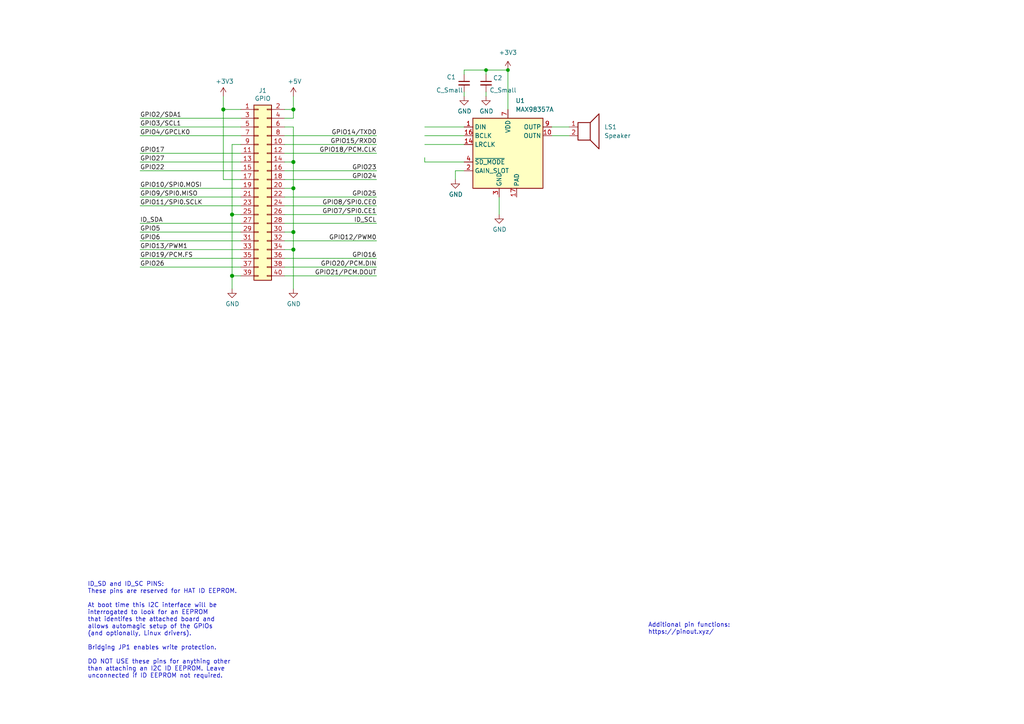
<source format=kicad_sch>
(kicad_sch
	(version 20231120)
	(generator "eeschema")
	(generator_version "8.0")
	(uuid "63076149-559b-4bc8-8832-c1067548b63c")
	(paper "A4")
	(lib_symbols
		(symbol "Audio:MAX98357A"
			(exclude_from_sim no)
			(in_bom yes)
			(on_board yes)
			(property "Reference" "U"
				(at -8.89 11.43 0)
				(effects
					(font
						(size 1.27 1.27)
					)
				)
			)
			(property "Value" "MAX98357A"
				(at 10.16 11.43 0)
				(effects
					(font
						(size 1.27 1.27)
					)
				)
			)
			(property "Footprint" "Package_DFN_QFN:TQFN-16-1EP_3x3mm_P0.5mm_EP1.23x1.23mm"
				(at -1.27 -2.54 0)
				(effects
					(font
						(size 1.27 1.27)
					)
					(hide yes)
				)
			)
			(property "Datasheet" "https://www.analog.com/media/en/technical-documentation/data-sheets/MAX98357A-MAX98357B.pdf"
				(at 0 -2.54 0)
				(effects
					(font
						(size 1.27 1.27)
					)
					(hide yes)
				)
			)
			(property "Description" "Mono DAC with amplifier, I2S, PCM, TDM, 32-bit, 96khz, 3.2W, TQFP-16"
				(at 0 0 0)
				(effects
					(font
						(size 1.27 1.27)
					)
					(hide yes)
				)
			)
			(property "ki_keywords" "pcm tdm i2s left-justified amplifier audio dac"
				(at 0 0 0)
				(effects
					(font
						(size 1.27 1.27)
					)
					(hide yes)
				)
			)
			(property "ki_fp_filters" "TQFN*3x3mm*P0.5mm*EP1.23x1.23mm*"
				(at 0 0 0)
				(effects
					(font
						(size 1.27 1.27)
					)
					(hide yes)
				)
			)
			(symbol "MAX98357A_1_1"
				(rectangle
					(start -10.16 10.16)
					(end 10.16 -10.16)
					(stroke
						(width 0.254)
						(type default)
					)
					(fill
						(type background)
					)
				)
				(pin input line
					(at -12.7 7.62 0)
					(length 2.54)
					(name "DIN"
						(effects
							(font
								(size 1.27 1.27)
							)
						)
					)
					(number "1"
						(effects
							(font
								(size 1.27 1.27)
							)
						)
					)
				)
				(pin output line
					(at 12.7 5.08 180)
					(length 2.54)
					(name "OUTN"
						(effects
							(font
								(size 1.27 1.27)
							)
						)
					)
					(number "10"
						(effects
							(font
								(size 1.27 1.27)
							)
						)
					)
				)
				(pin passive line
					(at -2.54 -12.7 90)
					(length 2.54) hide
					(name "GND"
						(effects
							(font
								(size 1.27 1.27)
							)
						)
					)
					(number "11"
						(effects
							(font
								(size 1.27 1.27)
							)
						)
					)
				)
				(pin no_connect line
					(at 10.16 -5.08 180)
					(length 2.54) hide
					(name "NC"
						(effects
							(font
								(size 1.27 1.27)
							)
						)
					)
					(number "12"
						(effects
							(font
								(size 1.27 1.27)
							)
						)
					)
				)
				(pin no_connect line
					(at 10.16 -7.62 180)
					(length 2.54) hide
					(name "NC"
						(effects
							(font
								(size 1.27 1.27)
							)
						)
					)
					(number "13"
						(effects
							(font
								(size 1.27 1.27)
							)
						)
					)
				)
				(pin input line
					(at -12.7 2.54 0)
					(length 2.54)
					(name "LRCLK"
						(effects
							(font
								(size 1.27 1.27)
							)
						)
					)
					(number "14"
						(effects
							(font
								(size 1.27 1.27)
							)
						)
					)
				)
				(pin passive line
					(at -2.54 -12.7 90)
					(length 2.54) hide
					(name "GND"
						(effects
							(font
								(size 1.27 1.27)
							)
						)
					)
					(number "15"
						(effects
							(font
								(size 1.27 1.27)
							)
						)
					)
				)
				(pin input line
					(at -12.7 5.08 0)
					(length 2.54)
					(name "BCLK"
						(effects
							(font
								(size 1.27 1.27)
							)
						)
					)
					(number "16"
						(effects
							(font
								(size 1.27 1.27)
							)
						)
					)
				)
				(pin unspecified line
					(at 2.54 -12.7 90)
					(length 2.54)
					(name "PAD"
						(effects
							(font
								(size 1.27 1.27)
							)
						)
					)
					(number "17"
						(effects
							(font
								(size 1.27 1.27)
							)
						)
					)
				)
				(pin passive line
					(at -12.7 -5.08 0)
					(length 2.54)
					(name "GAIN_SLOT"
						(effects
							(font
								(size 1.27 1.27)
							)
						)
					)
					(number "2"
						(effects
							(font
								(size 1.27 1.27)
							)
						)
					)
				)
				(pin power_in line
					(at -2.54 -12.7 90)
					(length 2.54)
					(name "GND"
						(effects
							(font
								(size 1.27 1.27)
							)
						)
					)
					(number "3"
						(effects
							(font
								(size 1.27 1.27)
							)
						)
					)
				)
				(pin input line
					(at -12.7 -2.54 0)
					(length 2.54)
					(name "~{SD_MODE}"
						(effects
							(font
								(size 1.27 1.27)
							)
						)
					)
					(number "4"
						(effects
							(font
								(size 1.27 1.27)
							)
						)
					)
				)
				(pin no_connect line
					(at 10.16 2.54 180)
					(length 2.54) hide
					(name "NC"
						(effects
							(font
								(size 1.27 1.27)
							)
						)
					)
					(number "5"
						(effects
							(font
								(size 1.27 1.27)
							)
						)
					)
				)
				(pin no_connect line
					(at 10.16 0 180)
					(length 2.54) hide
					(name "NC"
						(effects
							(font
								(size 1.27 1.27)
							)
						)
					)
					(number "6"
						(effects
							(font
								(size 1.27 1.27)
							)
						)
					)
				)
				(pin power_in line
					(at 0 12.7 270)
					(length 2.54)
					(name "VDD"
						(effects
							(font
								(size 1.27 1.27)
							)
						)
					)
					(number "7"
						(effects
							(font
								(size 1.27 1.27)
							)
						)
					)
				)
				(pin passive line
					(at 0 12.7 270)
					(length 2.54) hide
					(name "VDD"
						(effects
							(font
								(size 1.27 1.27)
							)
						)
					)
					(number "8"
						(effects
							(font
								(size 1.27 1.27)
							)
						)
					)
				)
				(pin output line
					(at 12.7 7.62 180)
					(length 2.54)
					(name "OUTP"
						(effects
							(font
								(size 1.27 1.27)
							)
						)
					)
					(number "9"
						(effects
							(font
								(size 1.27 1.27)
							)
						)
					)
				)
			)
		)
		(symbol "Connector_Generic:Conn_02x20_Odd_Even"
			(pin_names
				(offset 1.016) hide)
			(exclude_from_sim no)
			(in_bom yes)
			(on_board yes)
			(property "Reference" "J"
				(at 1.27 25.4 0)
				(effects
					(font
						(size 1.27 1.27)
					)
				)
			)
			(property "Value" "Conn_02x20_Odd_Even"
				(at 1.27 -27.94 0)
				(effects
					(font
						(size 1.27 1.27)
					)
				)
			)
			(property "Footprint" ""
				(at 0 0 0)
				(effects
					(font
						(size 1.27 1.27)
					)
					(hide yes)
				)
			)
			(property "Datasheet" "~"
				(at 0 0 0)
				(effects
					(font
						(size 1.27 1.27)
					)
					(hide yes)
				)
			)
			(property "Description" "Generic connector, double row, 02x20, odd/even pin numbering scheme (row 1 odd numbers, row 2 even numbers), script generated (kicad-library-utils/schlib/autogen/connector/)"
				(at 0 0 0)
				(effects
					(font
						(size 1.27 1.27)
					)
					(hide yes)
				)
			)
			(property "ki_keywords" "connector"
				(at 0 0 0)
				(effects
					(font
						(size 1.27 1.27)
					)
					(hide yes)
				)
			)
			(property "ki_fp_filters" "Connector*:*_2x??_*"
				(at 0 0 0)
				(effects
					(font
						(size 1.27 1.27)
					)
					(hide yes)
				)
			)
			(symbol "Conn_02x20_Odd_Even_1_1"
				(rectangle
					(start -1.27 -25.273)
					(end 0 -25.527)
					(stroke
						(width 0.1524)
						(type default)
					)
					(fill
						(type none)
					)
				)
				(rectangle
					(start -1.27 -22.733)
					(end 0 -22.987)
					(stroke
						(width 0.1524)
						(type default)
					)
					(fill
						(type none)
					)
				)
				(rectangle
					(start -1.27 -20.193)
					(end 0 -20.447)
					(stroke
						(width 0.1524)
						(type default)
					)
					(fill
						(type none)
					)
				)
				(rectangle
					(start -1.27 -17.653)
					(end 0 -17.907)
					(stroke
						(width 0.1524)
						(type default)
					)
					(fill
						(type none)
					)
				)
				(rectangle
					(start -1.27 -15.113)
					(end 0 -15.367)
					(stroke
						(width 0.1524)
						(type default)
					)
					(fill
						(type none)
					)
				)
				(rectangle
					(start -1.27 -12.573)
					(end 0 -12.827)
					(stroke
						(width 0.1524)
						(type default)
					)
					(fill
						(type none)
					)
				)
				(rectangle
					(start -1.27 -10.033)
					(end 0 -10.287)
					(stroke
						(width 0.1524)
						(type default)
					)
					(fill
						(type none)
					)
				)
				(rectangle
					(start -1.27 -7.493)
					(end 0 -7.747)
					(stroke
						(width 0.1524)
						(type default)
					)
					(fill
						(type none)
					)
				)
				(rectangle
					(start -1.27 -4.953)
					(end 0 -5.207)
					(stroke
						(width 0.1524)
						(type default)
					)
					(fill
						(type none)
					)
				)
				(rectangle
					(start -1.27 -2.413)
					(end 0 -2.667)
					(stroke
						(width 0.1524)
						(type default)
					)
					(fill
						(type none)
					)
				)
				(rectangle
					(start -1.27 0.127)
					(end 0 -0.127)
					(stroke
						(width 0.1524)
						(type default)
					)
					(fill
						(type none)
					)
				)
				(rectangle
					(start -1.27 2.667)
					(end 0 2.413)
					(stroke
						(width 0.1524)
						(type default)
					)
					(fill
						(type none)
					)
				)
				(rectangle
					(start -1.27 5.207)
					(end 0 4.953)
					(stroke
						(width 0.1524)
						(type default)
					)
					(fill
						(type none)
					)
				)
				(rectangle
					(start -1.27 7.747)
					(end 0 7.493)
					(stroke
						(width 0.1524)
						(type default)
					)
					(fill
						(type none)
					)
				)
				(rectangle
					(start -1.27 10.287)
					(end 0 10.033)
					(stroke
						(width 0.1524)
						(type default)
					)
					(fill
						(type none)
					)
				)
				(rectangle
					(start -1.27 12.827)
					(end 0 12.573)
					(stroke
						(width 0.1524)
						(type default)
					)
					(fill
						(type none)
					)
				)
				(rectangle
					(start -1.27 15.367)
					(end 0 15.113)
					(stroke
						(width 0.1524)
						(type default)
					)
					(fill
						(type none)
					)
				)
				(rectangle
					(start -1.27 17.907)
					(end 0 17.653)
					(stroke
						(width 0.1524)
						(type default)
					)
					(fill
						(type none)
					)
				)
				(rectangle
					(start -1.27 20.447)
					(end 0 20.193)
					(stroke
						(width 0.1524)
						(type default)
					)
					(fill
						(type none)
					)
				)
				(rectangle
					(start -1.27 22.987)
					(end 0 22.733)
					(stroke
						(width 0.1524)
						(type default)
					)
					(fill
						(type none)
					)
				)
				(rectangle
					(start -1.27 24.13)
					(end 3.81 -26.67)
					(stroke
						(width 0.254)
						(type default)
					)
					(fill
						(type background)
					)
				)
				(rectangle
					(start 3.81 -25.273)
					(end 2.54 -25.527)
					(stroke
						(width 0.1524)
						(type default)
					)
					(fill
						(type none)
					)
				)
				(rectangle
					(start 3.81 -22.733)
					(end 2.54 -22.987)
					(stroke
						(width 0.1524)
						(type default)
					)
					(fill
						(type none)
					)
				)
				(rectangle
					(start 3.81 -20.193)
					(end 2.54 -20.447)
					(stroke
						(width 0.1524)
						(type default)
					)
					(fill
						(type none)
					)
				)
				(rectangle
					(start 3.81 -17.653)
					(end 2.54 -17.907)
					(stroke
						(width 0.1524)
						(type default)
					)
					(fill
						(type none)
					)
				)
				(rectangle
					(start 3.81 -15.113)
					(end 2.54 -15.367)
					(stroke
						(width 0.1524)
						(type default)
					)
					(fill
						(type none)
					)
				)
				(rectangle
					(start 3.81 -12.573)
					(end 2.54 -12.827)
					(stroke
						(width 0.1524)
						(type default)
					)
					(fill
						(type none)
					)
				)
				(rectangle
					(start 3.81 -10.033)
					(end 2.54 -10.287)
					(stroke
						(width 0.1524)
						(type default)
					)
					(fill
						(type none)
					)
				)
				(rectangle
					(start 3.81 -7.493)
					(end 2.54 -7.747)
					(stroke
						(width 0.1524)
						(type default)
					)
					(fill
						(type none)
					)
				)
				(rectangle
					(start 3.81 -4.953)
					(end 2.54 -5.207)
					(stroke
						(width 0.1524)
						(type default)
					)
					(fill
						(type none)
					)
				)
				(rectangle
					(start 3.81 -2.413)
					(end 2.54 -2.667)
					(stroke
						(width 0.1524)
						(type default)
					)
					(fill
						(type none)
					)
				)
				(rectangle
					(start 3.81 0.127)
					(end 2.54 -0.127)
					(stroke
						(width 0.1524)
						(type default)
					)
					(fill
						(type none)
					)
				)
				(rectangle
					(start 3.81 2.667)
					(end 2.54 2.413)
					(stroke
						(width 0.1524)
						(type default)
					)
					(fill
						(type none)
					)
				)
				(rectangle
					(start 3.81 5.207)
					(end 2.54 4.953)
					(stroke
						(width 0.1524)
						(type default)
					)
					(fill
						(type none)
					)
				)
				(rectangle
					(start 3.81 7.747)
					(end 2.54 7.493)
					(stroke
						(width 0.1524)
						(type default)
					)
					(fill
						(type none)
					)
				)
				(rectangle
					(start 3.81 10.287)
					(end 2.54 10.033)
					(stroke
						(width 0.1524)
						(type default)
					)
					(fill
						(type none)
					)
				)
				(rectangle
					(start 3.81 12.827)
					(end 2.54 12.573)
					(stroke
						(width 0.1524)
						(type default)
					)
					(fill
						(type none)
					)
				)
				(rectangle
					(start 3.81 15.367)
					(end 2.54 15.113)
					(stroke
						(width 0.1524)
						(type default)
					)
					(fill
						(type none)
					)
				)
				(rectangle
					(start 3.81 17.907)
					(end 2.54 17.653)
					(stroke
						(width 0.1524)
						(type default)
					)
					(fill
						(type none)
					)
				)
				(rectangle
					(start 3.81 20.447)
					(end 2.54 20.193)
					(stroke
						(width 0.1524)
						(type default)
					)
					(fill
						(type none)
					)
				)
				(rectangle
					(start 3.81 22.987)
					(end 2.54 22.733)
					(stroke
						(width 0.1524)
						(type default)
					)
					(fill
						(type none)
					)
				)
				(pin passive line
					(at -5.08 22.86 0)
					(length 3.81)
					(name "Pin_1"
						(effects
							(font
								(size 1.27 1.27)
							)
						)
					)
					(number "1"
						(effects
							(font
								(size 1.27 1.27)
							)
						)
					)
				)
				(pin passive line
					(at 7.62 12.7 180)
					(length 3.81)
					(name "Pin_10"
						(effects
							(font
								(size 1.27 1.27)
							)
						)
					)
					(number "10"
						(effects
							(font
								(size 1.27 1.27)
							)
						)
					)
				)
				(pin passive line
					(at -5.08 10.16 0)
					(length 3.81)
					(name "Pin_11"
						(effects
							(font
								(size 1.27 1.27)
							)
						)
					)
					(number "11"
						(effects
							(font
								(size 1.27 1.27)
							)
						)
					)
				)
				(pin passive line
					(at 7.62 10.16 180)
					(length 3.81)
					(name "Pin_12"
						(effects
							(font
								(size 1.27 1.27)
							)
						)
					)
					(number "12"
						(effects
							(font
								(size 1.27 1.27)
							)
						)
					)
				)
				(pin passive line
					(at -5.08 7.62 0)
					(length 3.81)
					(name "Pin_13"
						(effects
							(font
								(size 1.27 1.27)
							)
						)
					)
					(number "13"
						(effects
							(font
								(size 1.27 1.27)
							)
						)
					)
				)
				(pin passive line
					(at 7.62 7.62 180)
					(length 3.81)
					(name "Pin_14"
						(effects
							(font
								(size 1.27 1.27)
							)
						)
					)
					(number "14"
						(effects
							(font
								(size 1.27 1.27)
							)
						)
					)
				)
				(pin passive line
					(at -5.08 5.08 0)
					(length 3.81)
					(name "Pin_15"
						(effects
							(font
								(size 1.27 1.27)
							)
						)
					)
					(number "15"
						(effects
							(font
								(size 1.27 1.27)
							)
						)
					)
				)
				(pin passive line
					(at 7.62 5.08 180)
					(length 3.81)
					(name "Pin_16"
						(effects
							(font
								(size 1.27 1.27)
							)
						)
					)
					(number "16"
						(effects
							(font
								(size 1.27 1.27)
							)
						)
					)
				)
				(pin passive line
					(at -5.08 2.54 0)
					(length 3.81)
					(name "Pin_17"
						(effects
							(font
								(size 1.27 1.27)
							)
						)
					)
					(number "17"
						(effects
							(font
								(size 1.27 1.27)
							)
						)
					)
				)
				(pin passive line
					(at 7.62 2.54 180)
					(length 3.81)
					(name "Pin_18"
						(effects
							(font
								(size 1.27 1.27)
							)
						)
					)
					(number "18"
						(effects
							(font
								(size 1.27 1.27)
							)
						)
					)
				)
				(pin passive line
					(at -5.08 0 0)
					(length 3.81)
					(name "Pin_19"
						(effects
							(font
								(size 1.27 1.27)
							)
						)
					)
					(number "19"
						(effects
							(font
								(size 1.27 1.27)
							)
						)
					)
				)
				(pin passive line
					(at 7.62 22.86 180)
					(length 3.81)
					(name "Pin_2"
						(effects
							(font
								(size 1.27 1.27)
							)
						)
					)
					(number "2"
						(effects
							(font
								(size 1.27 1.27)
							)
						)
					)
				)
				(pin passive line
					(at 7.62 0 180)
					(length 3.81)
					(name "Pin_20"
						(effects
							(font
								(size 1.27 1.27)
							)
						)
					)
					(number "20"
						(effects
							(font
								(size 1.27 1.27)
							)
						)
					)
				)
				(pin passive line
					(at -5.08 -2.54 0)
					(length 3.81)
					(name "Pin_21"
						(effects
							(font
								(size 1.27 1.27)
							)
						)
					)
					(number "21"
						(effects
							(font
								(size 1.27 1.27)
							)
						)
					)
				)
				(pin passive line
					(at 7.62 -2.54 180)
					(length 3.81)
					(name "Pin_22"
						(effects
							(font
								(size 1.27 1.27)
							)
						)
					)
					(number "22"
						(effects
							(font
								(size 1.27 1.27)
							)
						)
					)
				)
				(pin passive line
					(at -5.08 -5.08 0)
					(length 3.81)
					(name "Pin_23"
						(effects
							(font
								(size 1.27 1.27)
							)
						)
					)
					(number "23"
						(effects
							(font
								(size 1.27 1.27)
							)
						)
					)
				)
				(pin passive line
					(at 7.62 -5.08 180)
					(length 3.81)
					(name "Pin_24"
						(effects
							(font
								(size 1.27 1.27)
							)
						)
					)
					(number "24"
						(effects
							(font
								(size 1.27 1.27)
							)
						)
					)
				)
				(pin passive line
					(at -5.08 -7.62 0)
					(length 3.81)
					(name "Pin_25"
						(effects
							(font
								(size 1.27 1.27)
							)
						)
					)
					(number "25"
						(effects
							(font
								(size 1.27 1.27)
							)
						)
					)
				)
				(pin passive line
					(at 7.62 -7.62 180)
					(length 3.81)
					(name "Pin_26"
						(effects
							(font
								(size 1.27 1.27)
							)
						)
					)
					(number "26"
						(effects
							(font
								(size 1.27 1.27)
							)
						)
					)
				)
				(pin passive line
					(at -5.08 -10.16 0)
					(length 3.81)
					(name "Pin_27"
						(effects
							(font
								(size 1.27 1.27)
							)
						)
					)
					(number "27"
						(effects
							(font
								(size 1.27 1.27)
							)
						)
					)
				)
				(pin passive line
					(at 7.62 -10.16 180)
					(length 3.81)
					(name "Pin_28"
						(effects
							(font
								(size 1.27 1.27)
							)
						)
					)
					(number "28"
						(effects
							(font
								(size 1.27 1.27)
							)
						)
					)
				)
				(pin passive line
					(at -5.08 -12.7 0)
					(length 3.81)
					(name "Pin_29"
						(effects
							(font
								(size 1.27 1.27)
							)
						)
					)
					(number "29"
						(effects
							(font
								(size 1.27 1.27)
							)
						)
					)
				)
				(pin passive line
					(at -5.08 20.32 0)
					(length 3.81)
					(name "Pin_3"
						(effects
							(font
								(size 1.27 1.27)
							)
						)
					)
					(number "3"
						(effects
							(font
								(size 1.27 1.27)
							)
						)
					)
				)
				(pin passive line
					(at 7.62 -12.7 180)
					(length 3.81)
					(name "Pin_30"
						(effects
							(font
								(size 1.27 1.27)
							)
						)
					)
					(number "30"
						(effects
							(font
								(size 1.27 1.27)
							)
						)
					)
				)
				(pin passive line
					(at -5.08 -15.24 0)
					(length 3.81)
					(name "Pin_31"
						(effects
							(font
								(size 1.27 1.27)
							)
						)
					)
					(number "31"
						(effects
							(font
								(size 1.27 1.27)
							)
						)
					)
				)
				(pin passive line
					(at 7.62 -15.24 180)
					(length 3.81)
					(name "Pin_32"
						(effects
							(font
								(size 1.27 1.27)
							)
						)
					)
					(number "32"
						(effects
							(font
								(size 1.27 1.27)
							)
						)
					)
				)
				(pin passive line
					(at -5.08 -17.78 0)
					(length 3.81)
					(name "Pin_33"
						(effects
							(font
								(size 1.27 1.27)
							)
						)
					)
					(number "33"
						(effects
							(font
								(size 1.27 1.27)
							)
						)
					)
				)
				(pin passive line
					(at 7.62 -17.78 180)
					(length 3.81)
					(name "Pin_34"
						(effects
							(font
								(size 1.27 1.27)
							)
						)
					)
					(number "34"
						(effects
							(font
								(size 1.27 1.27)
							)
						)
					)
				)
				(pin passive line
					(at -5.08 -20.32 0)
					(length 3.81)
					(name "Pin_35"
						(effects
							(font
								(size 1.27 1.27)
							)
						)
					)
					(number "35"
						(effects
							(font
								(size 1.27 1.27)
							)
						)
					)
				)
				(pin passive line
					(at 7.62 -20.32 180)
					(length 3.81)
					(name "Pin_36"
						(effects
							(font
								(size 1.27 1.27)
							)
						)
					)
					(number "36"
						(effects
							(font
								(size 1.27 1.27)
							)
						)
					)
				)
				(pin passive line
					(at -5.08 -22.86 0)
					(length 3.81)
					(name "Pin_37"
						(effects
							(font
								(size 1.27 1.27)
							)
						)
					)
					(number "37"
						(effects
							(font
								(size 1.27 1.27)
							)
						)
					)
				)
				(pin passive line
					(at 7.62 -22.86 180)
					(length 3.81)
					(name "Pin_38"
						(effects
							(font
								(size 1.27 1.27)
							)
						)
					)
					(number "38"
						(effects
							(font
								(size 1.27 1.27)
							)
						)
					)
				)
				(pin passive line
					(at -5.08 -25.4 0)
					(length 3.81)
					(name "Pin_39"
						(effects
							(font
								(size 1.27 1.27)
							)
						)
					)
					(number "39"
						(effects
							(font
								(size 1.27 1.27)
							)
						)
					)
				)
				(pin passive line
					(at 7.62 20.32 180)
					(length 3.81)
					(name "Pin_4"
						(effects
							(font
								(size 1.27 1.27)
							)
						)
					)
					(number "4"
						(effects
							(font
								(size 1.27 1.27)
							)
						)
					)
				)
				(pin passive line
					(at 7.62 -25.4 180)
					(length 3.81)
					(name "Pin_40"
						(effects
							(font
								(size 1.27 1.27)
							)
						)
					)
					(number "40"
						(effects
							(font
								(size 1.27 1.27)
							)
						)
					)
				)
				(pin passive line
					(at -5.08 17.78 0)
					(length 3.81)
					(name "Pin_5"
						(effects
							(font
								(size 1.27 1.27)
							)
						)
					)
					(number "5"
						(effects
							(font
								(size 1.27 1.27)
							)
						)
					)
				)
				(pin passive line
					(at 7.62 17.78 180)
					(length 3.81)
					(name "Pin_6"
						(effects
							(font
								(size 1.27 1.27)
							)
						)
					)
					(number "6"
						(effects
							(font
								(size 1.27 1.27)
							)
						)
					)
				)
				(pin passive line
					(at -5.08 15.24 0)
					(length 3.81)
					(name "Pin_7"
						(effects
							(font
								(size 1.27 1.27)
							)
						)
					)
					(number "7"
						(effects
							(font
								(size 1.27 1.27)
							)
						)
					)
				)
				(pin passive line
					(at 7.62 15.24 180)
					(length 3.81)
					(name "Pin_8"
						(effects
							(font
								(size 1.27 1.27)
							)
						)
					)
					(number "8"
						(effects
							(font
								(size 1.27 1.27)
							)
						)
					)
				)
				(pin passive line
					(at -5.08 12.7 0)
					(length 3.81)
					(name "Pin_9"
						(effects
							(font
								(size 1.27 1.27)
							)
						)
					)
					(number "9"
						(effects
							(font
								(size 1.27 1.27)
							)
						)
					)
				)
			)
		)
		(symbol "Device:C_Small"
			(pin_numbers hide)
			(pin_names
				(offset 0.254) hide)
			(exclude_from_sim no)
			(in_bom yes)
			(on_board yes)
			(property "Reference" "C"
				(at 0.254 1.778 0)
				(effects
					(font
						(size 1.27 1.27)
					)
					(justify left)
				)
			)
			(property "Value" "C_Small"
				(at 0.254 -2.032 0)
				(effects
					(font
						(size 1.27 1.27)
					)
					(justify left)
				)
			)
			(property "Footprint" ""
				(at 0 0 0)
				(effects
					(font
						(size 1.27 1.27)
					)
					(hide yes)
				)
			)
			(property "Datasheet" "~"
				(at 0 0 0)
				(effects
					(font
						(size 1.27 1.27)
					)
					(hide yes)
				)
			)
			(property "Description" "Unpolarized capacitor, small symbol"
				(at 0 0 0)
				(effects
					(font
						(size 1.27 1.27)
					)
					(hide yes)
				)
			)
			(property "ki_keywords" "capacitor cap"
				(at 0 0 0)
				(effects
					(font
						(size 1.27 1.27)
					)
					(hide yes)
				)
			)
			(property "ki_fp_filters" "C_*"
				(at 0 0 0)
				(effects
					(font
						(size 1.27 1.27)
					)
					(hide yes)
				)
			)
			(symbol "C_Small_0_1"
				(polyline
					(pts
						(xy -1.524 -0.508) (xy 1.524 -0.508)
					)
					(stroke
						(width 0.3302)
						(type default)
					)
					(fill
						(type none)
					)
				)
				(polyline
					(pts
						(xy -1.524 0.508) (xy 1.524 0.508)
					)
					(stroke
						(width 0.3048)
						(type default)
					)
					(fill
						(type none)
					)
				)
			)
			(symbol "C_Small_1_1"
				(pin passive line
					(at 0 2.54 270)
					(length 2.032)
					(name "~"
						(effects
							(font
								(size 1.27 1.27)
							)
						)
					)
					(number "1"
						(effects
							(font
								(size 1.27 1.27)
							)
						)
					)
				)
				(pin passive line
					(at 0 -2.54 90)
					(length 2.032)
					(name "~"
						(effects
							(font
								(size 1.27 1.27)
							)
						)
					)
					(number "2"
						(effects
							(font
								(size 1.27 1.27)
							)
						)
					)
				)
			)
		)
		(symbol "Device:Speaker"
			(pin_names
				(offset 0) hide)
			(exclude_from_sim no)
			(in_bom yes)
			(on_board yes)
			(property "Reference" "LS"
				(at 1.27 5.715 0)
				(effects
					(font
						(size 1.27 1.27)
					)
					(justify right)
				)
			)
			(property "Value" "Speaker"
				(at 1.27 3.81 0)
				(effects
					(font
						(size 1.27 1.27)
					)
					(justify right)
				)
			)
			(property "Footprint" ""
				(at 0 -5.08 0)
				(effects
					(font
						(size 1.27 1.27)
					)
					(hide yes)
				)
			)
			(property "Datasheet" "~"
				(at -0.254 -1.27 0)
				(effects
					(font
						(size 1.27 1.27)
					)
					(hide yes)
				)
			)
			(property "Description" "Speaker"
				(at 0 0 0)
				(effects
					(font
						(size 1.27 1.27)
					)
					(hide yes)
				)
			)
			(property "ki_keywords" "speaker sound"
				(at 0 0 0)
				(effects
					(font
						(size 1.27 1.27)
					)
					(hide yes)
				)
			)
			(symbol "Speaker_0_0"
				(rectangle
					(start -2.54 1.27)
					(end 1.016 -3.81)
					(stroke
						(width 0.254)
						(type default)
					)
					(fill
						(type none)
					)
				)
				(polyline
					(pts
						(xy 1.016 1.27) (xy 3.556 3.81) (xy 3.556 -6.35) (xy 1.016 -3.81)
					)
					(stroke
						(width 0.254)
						(type default)
					)
					(fill
						(type none)
					)
				)
			)
			(symbol "Speaker_1_1"
				(pin input line
					(at -5.08 0 0)
					(length 2.54)
					(name "1"
						(effects
							(font
								(size 1.27 1.27)
							)
						)
					)
					(number "1"
						(effects
							(font
								(size 1.27 1.27)
							)
						)
					)
				)
				(pin input line
					(at -5.08 -2.54 0)
					(length 2.54)
					(name "2"
						(effects
							(font
								(size 1.27 1.27)
							)
						)
					)
					(number "2"
						(effects
							(font
								(size 1.27 1.27)
							)
						)
					)
				)
			)
		)
		(symbol "power:+3.3V"
			(power)
			(pin_names
				(offset 0)
			)
			(exclude_from_sim no)
			(in_bom yes)
			(on_board yes)
			(property "Reference" "#PWR"
				(at 0 -3.81 0)
				(effects
					(font
						(size 1.27 1.27)
					)
					(hide yes)
				)
			)
			(property "Value" "+3.3V"
				(at 0 3.556 0)
				(effects
					(font
						(size 1.27 1.27)
					)
				)
			)
			(property "Footprint" ""
				(at 0 0 0)
				(effects
					(font
						(size 1.27 1.27)
					)
					(hide yes)
				)
			)
			(property "Datasheet" ""
				(at 0 0 0)
				(effects
					(font
						(size 1.27 1.27)
					)
					(hide yes)
				)
			)
			(property "Description" "Power symbol creates a global label with name \"+3.3V\""
				(at 0 0 0)
				(effects
					(font
						(size 1.27 1.27)
					)
					(hide yes)
				)
			)
			(property "ki_keywords" "power-flag"
				(at 0 0 0)
				(effects
					(font
						(size 1.27 1.27)
					)
					(hide yes)
				)
			)
			(symbol "+3.3V_0_1"
				(polyline
					(pts
						(xy -0.762 1.27) (xy 0 2.54)
					)
					(stroke
						(width 0)
						(type default)
					)
					(fill
						(type none)
					)
				)
				(polyline
					(pts
						(xy 0 0) (xy 0 2.54)
					)
					(stroke
						(width 0)
						(type default)
					)
					(fill
						(type none)
					)
				)
				(polyline
					(pts
						(xy 0 2.54) (xy 0.762 1.27)
					)
					(stroke
						(width 0)
						(type default)
					)
					(fill
						(type none)
					)
				)
			)
			(symbol "+3.3V_1_1"
				(pin power_in line
					(at 0 0 90)
					(length 0) hide
					(name "+3V3"
						(effects
							(font
								(size 1.27 1.27)
							)
						)
					)
					(number "1"
						(effects
							(font
								(size 1.27 1.27)
							)
						)
					)
				)
			)
		)
		(symbol "power:+3V3"
			(power)
			(pin_numbers hide)
			(pin_names
				(offset 0) hide)
			(exclude_from_sim no)
			(in_bom yes)
			(on_board yes)
			(property "Reference" "#PWR"
				(at 0 -3.81 0)
				(effects
					(font
						(size 1.27 1.27)
					)
					(hide yes)
				)
			)
			(property "Value" "+3V3"
				(at 0 3.556 0)
				(effects
					(font
						(size 1.27 1.27)
					)
				)
			)
			(property "Footprint" ""
				(at 0 0 0)
				(effects
					(font
						(size 1.27 1.27)
					)
					(hide yes)
				)
			)
			(property "Datasheet" ""
				(at 0 0 0)
				(effects
					(font
						(size 1.27 1.27)
					)
					(hide yes)
				)
			)
			(property "Description" "Power symbol creates a global label with name \"+3V3\""
				(at 0 0 0)
				(effects
					(font
						(size 1.27 1.27)
					)
					(hide yes)
				)
			)
			(property "ki_keywords" "global power"
				(at 0 0 0)
				(effects
					(font
						(size 1.27 1.27)
					)
					(hide yes)
				)
			)
			(symbol "+3V3_0_1"
				(polyline
					(pts
						(xy -0.762 1.27) (xy 0 2.54)
					)
					(stroke
						(width 0)
						(type default)
					)
					(fill
						(type none)
					)
				)
				(polyline
					(pts
						(xy 0 0) (xy 0 2.54)
					)
					(stroke
						(width 0)
						(type default)
					)
					(fill
						(type none)
					)
				)
				(polyline
					(pts
						(xy 0 2.54) (xy 0.762 1.27)
					)
					(stroke
						(width 0)
						(type default)
					)
					(fill
						(type none)
					)
				)
			)
			(symbol "+3V3_1_1"
				(pin power_in line
					(at 0 0 90)
					(length 0)
					(name "~"
						(effects
							(font
								(size 1.27 1.27)
							)
						)
					)
					(number "1"
						(effects
							(font
								(size 1.27 1.27)
							)
						)
					)
				)
			)
		)
		(symbol "power:+5V"
			(power)
			(pin_names
				(offset 0)
			)
			(exclude_from_sim no)
			(in_bom yes)
			(on_board yes)
			(property "Reference" "#PWR"
				(at 0 -3.81 0)
				(effects
					(font
						(size 1.27 1.27)
					)
					(hide yes)
				)
			)
			(property "Value" "+5V"
				(at 0 3.556 0)
				(effects
					(font
						(size 1.27 1.27)
					)
				)
			)
			(property "Footprint" ""
				(at 0 0 0)
				(effects
					(font
						(size 1.27 1.27)
					)
					(hide yes)
				)
			)
			(property "Datasheet" ""
				(at 0 0 0)
				(effects
					(font
						(size 1.27 1.27)
					)
					(hide yes)
				)
			)
			(property "Description" "Power symbol creates a global label with name \"+5V\""
				(at 0 0 0)
				(effects
					(font
						(size 1.27 1.27)
					)
					(hide yes)
				)
			)
			(property "ki_keywords" "power-flag"
				(at 0 0 0)
				(effects
					(font
						(size 1.27 1.27)
					)
					(hide yes)
				)
			)
			(symbol "+5V_0_1"
				(polyline
					(pts
						(xy -0.762 1.27) (xy 0 2.54)
					)
					(stroke
						(width 0)
						(type default)
					)
					(fill
						(type none)
					)
				)
				(polyline
					(pts
						(xy 0 0) (xy 0 2.54)
					)
					(stroke
						(width 0)
						(type default)
					)
					(fill
						(type none)
					)
				)
				(polyline
					(pts
						(xy 0 2.54) (xy 0.762 1.27)
					)
					(stroke
						(width 0)
						(type default)
					)
					(fill
						(type none)
					)
				)
			)
			(symbol "+5V_1_1"
				(pin power_in line
					(at 0 0 90)
					(length 0) hide
					(name "+5V"
						(effects
							(font
								(size 1.27 1.27)
							)
						)
					)
					(number "1"
						(effects
							(font
								(size 1.27 1.27)
							)
						)
					)
				)
			)
		)
		(symbol "power:GND"
			(power)
			(pin_names
				(offset 0)
			)
			(exclude_from_sim no)
			(in_bom yes)
			(on_board yes)
			(property "Reference" "#PWR"
				(at 0 -6.35 0)
				(effects
					(font
						(size 1.27 1.27)
					)
					(hide yes)
				)
			)
			(property "Value" "GND"
				(at 0 -3.81 0)
				(effects
					(font
						(size 1.27 1.27)
					)
				)
			)
			(property "Footprint" ""
				(at 0 0 0)
				(effects
					(font
						(size 1.27 1.27)
					)
					(hide yes)
				)
			)
			(property "Datasheet" ""
				(at 0 0 0)
				(effects
					(font
						(size 1.27 1.27)
					)
					(hide yes)
				)
			)
			(property "Description" "Power symbol creates a global label with name \"GND\" , ground"
				(at 0 0 0)
				(effects
					(font
						(size 1.27 1.27)
					)
					(hide yes)
				)
			)
			(property "ki_keywords" "power-flag"
				(at 0 0 0)
				(effects
					(font
						(size 1.27 1.27)
					)
					(hide yes)
				)
			)
			(symbol "GND_0_1"
				(polyline
					(pts
						(xy 0 0) (xy 0 -1.27) (xy 1.27 -1.27) (xy 0 -2.54) (xy -1.27 -1.27) (xy 0 -1.27)
					)
					(stroke
						(width 0)
						(type default)
					)
					(fill
						(type none)
					)
				)
			)
			(symbol "GND_1_1"
				(pin power_in line
					(at 0 0 270)
					(length 0) hide
					(name "GND"
						(effects
							(font
								(size 1.27 1.27)
							)
						)
					)
					(number "1"
						(effects
							(font
								(size 1.27 1.27)
							)
						)
					)
				)
			)
		)
	)
	(junction
		(at 140.97 20.32)
		(diameter 0)
		(color 0 0 0 0)
		(uuid "11f74d84-f585-4a0c-b423-c9cf5912f997")
	)
	(junction
		(at 67.31 62.23)
		(diameter 1.016)
		(color 0 0 0 0)
		(uuid "26a1d52e-67b8-43e9-aa60-22a6ec04b420")
	)
	(junction
		(at 85.09 46.99)
		(diameter 1.016)
		(color 0 0 0 0)
		(uuid "2d2d434c-5746-433b-b010-54b2c7e85be4")
	)
	(junction
		(at 85.09 72.39)
		(diameter 1.016)
		(color 0 0 0 0)
		(uuid "2ef16528-1ecb-45ad-9432-c214de44b32a")
	)
	(junction
		(at 85.09 31.75)
		(diameter 1.016)
		(color 0 0 0 0)
		(uuid "4ccefb8b-d004-4be8-8d30-9e86f6f150bc")
	)
	(junction
		(at 85.09 54.61)
		(diameter 1.016)
		(color 0 0 0 0)
		(uuid "7d3bbe15-2359-495a-8cc5-2e269761892e")
	)
	(junction
		(at 85.09 67.31)
		(diameter 1.016)
		(color 0 0 0 0)
		(uuid "87578d8f-505e-48e7-84e2-6a0b6aa3b5f1")
	)
	(junction
		(at 67.31 80.01)
		(diameter 1.016)
		(color 0 0 0 0)
		(uuid "9e52af02-bfb7-43b0-9523-21fa96ccb9a9")
	)
	(junction
		(at 147.32 20.32)
		(diameter 0)
		(color 0 0 0 0)
		(uuid "a1adc2ff-a96e-4a58-b299-29f2de0a213b")
	)
	(junction
		(at 64.77 31.75)
		(diameter 1.016)
		(color 0 0 0 0)
		(uuid "b1c89573-4939-4a00-8268-1eb3722e1aa9")
	)
	(wire
		(pts
			(xy 82.55 49.53) (xy 109.22 49.53)
		)
		(stroke
			(width 0)
			(type solid)
		)
		(uuid "000f1315-49f2-4073-828b-c38c73f7b8b7")
	)
	(wire
		(pts
			(xy 144.78 57.15) (xy 144.78 62.23)
		)
		(stroke
			(width 0)
			(type default)
		)
		(uuid "077a3c91-3e5c-42f8-a687-3abf4043ae0a")
	)
	(wire
		(pts
			(xy 85.09 46.99) (xy 82.55 46.99)
		)
		(stroke
			(width 0)
			(type solid)
		)
		(uuid "09c83c8b-53e8-42fe-8b50-e955073ad9af")
	)
	(wire
		(pts
			(xy 69.85 44.45) (xy 40.64 44.45)
		)
		(stroke
			(width 0)
			(type solid)
		)
		(uuid "09eafc95-e758-489e-9c55-97ed1f37eda3")
	)
	(wire
		(pts
			(xy 82.55 52.07) (xy 109.22 52.07)
		)
		(stroke
			(width 0)
			(type solid)
		)
		(uuid "0c7cbc8c-c858-4aaa-9c47-993dedc74a9b")
	)
	(wire
		(pts
			(xy 82.55 77.47) (xy 109.22 77.47)
		)
		(stroke
			(width 0)
			(type solid)
		)
		(uuid "0d7eb961-b823-4e77-a0a1-85a93b3d6eb4")
	)
	(wire
		(pts
			(xy 85.09 27.94) (xy 85.09 31.75)
		)
		(stroke
			(width 0)
			(type solid)
		)
		(uuid "10873ec5-09c3-40a9-8e90-5a6c20641b79")
	)
	(wire
		(pts
			(xy 134.62 21.59) (xy 134.62 20.32)
		)
		(stroke
			(width 0)
			(type default)
		)
		(uuid "136b7dc9-0bc7-409f-b7df-0f1bbf433604")
	)
	(wire
		(pts
			(xy 140.97 20.32) (xy 147.32 20.32)
		)
		(stroke
			(width 0)
			(type default)
		)
		(uuid "145b39c5-e698-44c5-a9c7-b158f8e1d354")
	)
	(wire
		(pts
			(xy 82.55 74.93) (xy 109.22 74.93)
		)
		(stroke
			(width 0)
			(type solid)
		)
		(uuid "1462a8a7-3f04-4191-923e-d9c354cf2ee8")
	)
	(wire
		(pts
			(xy 67.31 80.01) (xy 67.31 83.82)
		)
		(stroke
			(width 0)
			(type solid)
		)
		(uuid "172f8e5d-f7cf-4ecf-bc6e-30f179e57fbd")
	)
	(wire
		(pts
			(xy 134.62 46.99) (xy 123.19 46.99)
		)
		(stroke
			(width 0)
			(type default)
		)
		(uuid "1dd6f393-898f-4146-a8e9-1c59267f2a8b")
	)
	(wire
		(pts
			(xy 69.85 34.29) (xy 40.64 34.29)
		)
		(stroke
			(width 0)
			(type solid)
		)
		(uuid "2045e22f-7236-4f22-af8a-eb316cb4c1cf")
	)
	(wire
		(pts
			(xy 160.02 39.37) (xy 165.1 39.37)
		)
		(stroke
			(width 0)
			(type default)
		)
		(uuid "221733d6-9b47-4804-a5a8-2dd1efef19ca")
	)
	(wire
		(pts
			(xy 82.55 69.85) (xy 109.22 69.85)
		)
		(stroke
			(width 0)
			(type solid)
		)
		(uuid "228ea6fe-51a5-4798-b802-5e98f89c344d")
	)
	(wire
		(pts
			(xy 40.64 69.85) (xy 69.85 69.85)
		)
		(stroke
			(width 0)
			(type solid)
		)
		(uuid "256fcd82-246c-490d-ab1a-bdd9cbc40363")
	)
	(wire
		(pts
			(xy 85.09 31.75) (xy 82.55 31.75)
		)
		(stroke
			(width 0)
			(type solid)
		)
		(uuid "2d275cca-1b0f-4eee-bc33-62c6fa4c819b")
	)
	(wire
		(pts
			(xy 123.19 39.37) (xy 134.62 39.37)
		)
		(stroke
			(width 0)
			(type default)
		)
		(uuid "308c8ccb-e18a-44af-b5b5-360e26ec65de")
	)
	(wire
		(pts
			(xy 85.09 31.75) (xy 85.09 34.29)
		)
		(stroke
			(width 0)
			(type solid)
		)
		(uuid "34dfe4fc-7cf6-4d7a-a215-edb4983b1f29")
	)
	(wire
		(pts
			(xy 82.55 64.77) (xy 109.22 64.77)
		)
		(stroke
			(width 0)
			(type solid)
		)
		(uuid "3928513c-8ae7-480e-95fc-a6bf16c50a10")
	)
	(wire
		(pts
			(xy 67.31 80.01) (xy 69.85 80.01)
		)
		(stroke
			(width 0)
			(type solid)
		)
		(uuid "3a701ea6-bfd8-4b65-9311-6b40ea00a8e6")
	)
	(wire
		(pts
			(xy 40.64 74.93) (xy 69.85 74.93)
		)
		(stroke
			(width 0)
			(type solid)
		)
		(uuid "3b7265e5-f1ec-42fb-8eb8-baa4c7c89f56")
	)
	(wire
		(pts
			(xy 82.55 57.15) (xy 109.22 57.15)
		)
		(stroke
			(width 0)
			(type solid)
		)
		(uuid "3bcf378f-7556-4537-a710-35dd62bcc3cf")
	)
	(wire
		(pts
			(xy 40.64 59.69) (xy 69.85 59.69)
		)
		(stroke
			(width 0)
			(type solid)
		)
		(uuid "3efda326-df40-4bd1-b473-21330f827756")
	)
	(wire
		(pts
			(xy 69.85 64.77) (xy 40.64 64.77)
		)
		(stroke
			(width 0)
			(type solid)
		)
		(uuid "4163b55d-4f1a-40fc-a252-d829fca72201")
	)
	(wire
		(pts
			(xy 85.09 54.61) (xy 85.09 67.31)
		)
		(stroke
			(width 0)
			(type solid)
		)
		(uuid "422e9602-6455-4fae-b1b3-e9623a2e5363")
	)
	(wire
		(pts
			(xy 64.77 52.07) (xy 69.85 52.07)
		)
		(stroke
			(width 0)
			(type solid)
		)
		(uuid "4b566ccd-8d03-4afd-b7b6-05424722334f")
	)
	(wire
		(pts
			(xy 40.64 46.99) (xy 69.85 46.99)
		)
		(stroke
			(width 0)
			(type solid)
		)
		(uuid "4bc0a3c4-f0a6-4259-a9ee-7023dbf29313")
	)
	(wire
		(pts
			(xy 82.55 62.23) (xy 109.22 62.23)
		)
		(stroke
			(width 0)
			(type solid)
		)
		(uuid "50abd2d2-cd36-4772-a1ed-34d1c3da3c43")
	)
	(wire
		(pts
			(xy 85.09 72.39) (xy 85.09 83.82)
		)
		(stroke
			(width 0)
			(type solid)
		)
		(uuid "56549c2c-78c9-4833-a1f3-1ed4f2e36966")
	)
	(wire
		(pts
			(xy 64.77 31.75) (xy 64.77 52.07)
		)
		(stroke
			(width 0)
			(type solid)
		)
		(uuid "60b22cdc-cd6c-4e2b-8725-bfe89e96cbfc")
	)
	(wire
		(pts
			(xy 82.55 41.91) (xy 109.22 41.91)
		)
		(stroke
			(width 0)
			(type solid)
		)
		(uuid "62da833d-ace5-4c35-b7af-1b87f09c8468")
	)
	(wire
		(pts
			(xy 40.64 49.53) (xy 69.85 49.53)
		)
		(stroke
			(width 0)
			(type solid)
		)
		(uuid "65537f5b-6009-4725-a195-4f299f0f20bd")
	)
	(wire
		(pts
			(xy 85.09 34.29) (xy 82.55 34.29)
		)
		(stroke
			(width 0)
			(type solid)
		)
		(uuid "6645bb63-03d9-4604-b908-402097815f20")
	)
	(wire
		(pts
			(xy 67.31 62.23) (xy 67.31 80.01)
		)
		(stroke
			(width 0)
			(type solid)
		)
		(uuid "6a548a9e-4caa-4800-a214-cf6548a18429")
	)
	(wire
		(pts
			(xy 85.09 54.61) (xy 82.55 54.61)
		)
		(stroke
			(width 0)
			(type solid)
		)
		(uuid "6c26250c-44a8-4103-bc1a-b66d9d460e57")
	)
	(wire
		(pts
			(xy 64.77 27.94) (xy 64.77 31.75)
		)
		(stroke
			(width 0)
			(type solid)
		)
		(uuid "6d4ea45c-65e6-4607-8f2f-498c6127bdd6")
	)
	(wire
		(pts
			(xy 40.64 77.47) (xy 69.85 77.47)
		)
		(stroke
			(width 0)
			(type solid)
		)
		(uuid "6e2f7d2e-f6b2-44de-a994-dfcf715db14a")
	)
	(wire
		(pts
			(xy 140.97 20.32) (xy 140.97 21.59)
		)
		(stroke
			(width 0)
			(type default)
		)
		(uuid "709dba6a-fc1a-48e3-9b25-33da1794420f")
	)
	(wire
		(pts
			(xy 85.09 67.31) (xy 85.09 72.39)
		)
		(stroke
			(width 0)
			(type solid)
		)
		(uuid "725ddd05-b245-43dd-9669-2962117ae057")
	)
	(wire
		(pts
			(xy 40.64 36.83) (xy 69.85 36.83)
		)
		(stroke
			(width 0)
			(type solid)
		)
		(uuid "7d0672cf-c983-48f5-8043-51304d54d6c0")
	)
	(wire
		(pts
			(xy 40.64 39.37) (xy 69.85 39.37)
		)
		(stroke
			(width 0)
			(type solid)
		)
		(uuid "7fef6243-1c7c-4a3f-99f5-816f923714e3")
	)
	(wire
		(pts
			(xy 82.55 80.01) (xy 109.22 80.01)
		)
		(stroke
			(width 0)
			(type solid)
		)
		(uuid "871a1f32-6f35-41e6-b46d-0915a91aca1b")
	)
	(wire
		(pts
			(xy 123.19 41.91) (xy 134.62 41.91)
		)
		(stroke
			(width 0)
			(type default)
		)
		(uuid "8b5a47ea-e341-40fa-97d9-e160408bc1a2")
	)
	(wire
		(pts
			(xy 69.85 54.61) (xy 40.64 54.61)
		)
		(stroke
			(width 0)
			(type solid)
		)
		(uuid "8c67fd47-389a-4e5a-8ac6-578100807615")
	)
	(wire
		(pts
			(xy 82.55 39.37) (xy 109.22 39.37)
		)
		(stroke
			(width 0)
			(type solid)
		)
		(uuid "918f1f3b-ba82-4848-abad-611fb1db304a")
	)
	(wire
		(pts
			(xy 82.55 44.45) (xy 109.22 44.45)
		)
		(stroke
			(width 0)
			(type solid)
		)
		(uuid "9ad17684-4c94-4b44-89ba-1e7b2fa69b65")
	)
	(wire
		(pts
			(xy 40.64 57.15) (xy 69.85 57.15)
		)
		(stroke
			(width 0)
			(type solid)
		)
		(uuid "9ca480ca-c69c-4606-9e67-ae84badae086")
	)
	(wire
		(pts
			(xy 85.09 36.83) (xy 82.55 36.83)
		)
		(stroke
			(width 0)
			(type solid)
		)
		(uuid "a24cfe59-407c-4451-b333-1c93de5e7c85")
	)
	(wire
		(pts
			(xy 67.31 41.91) (xy 69.85 41.91)
		)
		(stroke
			(width 0)
			(type solid)
		)
		(uuid "ad241b9f-20eb-4628-8fc5-b3312c0de24a")
	)
	(wire
		(pts
			(xy 85.09 67.31) (xy 82.55 67.31)
		)
		(stroke
			(width 0)
			(type solid)
		)
		(uuid "b0a1b051-461e-4687-8c40-de183b5773d7")
	)
	(wire
		(pts
			(xy 40.64 67.31) (xy 69.85 67.31)
		)
		(stroke
			(width 0)
			(type solid)
		)
		(uuid "b56f3cf3-8daa-4b37-9c16-f14faa7d1c32")
	)
	(wire
		(pts
			(xy 134.62 26.67) (xy 134.62 27.94)
		)
		(stroke
			(width 0)
			(type default)
		)
		(uuid "b8902adb-c4f2-4f05-9bfa-2e17d576339a")
	)
	(wire
		(pts
			(xy 85.09 36.83) (xy 85.09 46.99)
		)
		(stroke
			(width 0)
			(type solid)
		)
		(uuid "b9e1b070-eef2-4d55-8ba1-c8e19755510d")
	)
	(wire
		(pts
			(xy 147.32 20.32) (xy 147.32 31.75)
		)
		(stroke
			(width 0)
			(type default)
		)
		(uuid "c5018982-197a-4942-98c2-5c197aa92461")
	)
	(wire
		(pts
			(xy 64.77 31.75) (xy 69.85 31.75)
		)
		(stroke
			(width 0)
			(type solid)
		)
		(uuid "c526a441-91e8-417e-b1fc-e1015df6faf8")
	)
	(wire
		(pts
			(xy 134.62 49.53) (xy 132.08 49.53)
		)
		(stroke
			(width 0)
			(type default)
		)
		(uuid "d5ccd220-6ee9-46b9-aedf-696bbb5e26d1")
	)
	(wire
		(pts
			(xy 85.09 72.39) (xy 82.55 72.39)
		)
		(stroke
			(width 0)
			(type solid)
		)
		(uuid "da84d439-8bb1-442e-b081-465c3327c853")
	)
	(wire
		(pts
			(xy 132.08 49.53) (xy 132.08 52.07)
		)
		(stroke
			(width 0)
			(type default)
		)
		(uuid "e1d9b5a0-6f07-4228-b4b0-bacdb5fc2cac")
	)
	(wire
		(pts
			(xy 67.31 62.23) (xy 69.85 62.23)
		)
		(stroke
			(width 0)
			(type solid)
		)
		(uuid "e27da14a-384a-4c4e-88ac-a83ba071bb78")
	)
	(wire
		(pts
			(xy 69.85 72.39) (xy 40.64 72.39)
		)
		(stroke
			(width 0)
			(type solid)
		)
		(uuid "e4e57649-8eb6-4205-a6b6-3485cd4f7e6a")
	)
	(wire
		(pts
			(xy 160.02 36.83) (xy 165.1 36.83)
		)
		(stroke
			(width 0)
			(type default)
		)
		(uuid "e82079bd-8a68-4490-aae5-98fe8c96937e")
	)
	(wire
		(pts
			(xy 134.62 20.32) (xy 140.97 20.32)
		)
		(stroke
			(width 0)
			(type default)
		)
		(uuid "e8a889f4-9f60-4476-aa0e-ff31dc6e0522")
	)
	(wire
		(pts
			(xy 82.55 59.69) (xy 109.22 59.69)
		)
		(stroke
			(width 0)
			(type solid)
		)
		(uuid "e9ecdf35-a608-4a16-8bdb-d626265ad9c8")
	)
	(wire
		(pts
			(xy 123.19 45.72) (xy 123.19 46.99)
		)
		(stroke
			(width 0)
			(type default)
		)
		(uuid "ec716d30-3e91-4c54-9f2b-8680075fa086")
	)
	(wire
		(pts
			(xy 123.19 36.83) (xy 134.62 36.83)
		)
		(stroke
			(width 0)
			(type default)
		)
		(uuid "ee5099b0-f143-4f21-8aaa-ebaf63ab5750")
	)
	(wire
		(pts
			(xy 67.31 41.91) (xy 67.31 62.23)
		)
		(stroke
			(width 0)
			(type solid)
		)
		(uuid "efbd19aa-730a-424f-a032-8007f3c38d37")
	)
	(wire
		(pts
			(xy 85.09 46.99) (xy 85.09 54.61)
		)
		(stroke
			(width 0)
			(type solid)
		)
		(uuid "f08cf43b-55db-4540-b40d-049d8155df17")
	)
	(wire
		(pts
			(xy 140.97 26.67) (xy 140.97 27.94)
		)
		(stroke
			(width 0)
			(type default)
		)
		(uuid "f683e79d-1195-408d-8634-68ead48d5a41")
	)
	(text "ID_SD and ID_SC PINS:\nThese pins are reserved for HAT ID EEPROM.\n\nAt boot time this I2C interface will be\ninterrogated to look for an EEPROM\nthat identifes the attached board and\nallows automagic setup of the GPIOs\n(and optionally, Linux drivers).\n\nBridging JP1 enables write protection.\n\nDO NOT USE these pins for anything other\nthan attaching an I2C ID EEPROM. Leave\nunconnected if ID EEPROM not required."
		(exclude_from_sim no)
		(at 25.4 196.85 0)
		(effects
			(font
				(size 1.27 1.27)
			)
			(justify left bottom)
		)
		(uuid "c31f953f-c6e3-4bed-8694-7d67de3f504b")
	)
	(text "Additional pin functions:\nhttps://pinout.xyz/"
		(exclude_from_sim no)
		(at 187.96 184.15 0)
		(effects
			(font
				(size 1.27 1.27)
			)
			(justify left bottom)
		)
		(uuid "f686f1fc-a6ad-4244-827a-65d652d7e9c7")
	)
	(label "ID_SDA"
		(at 40.64 64.77 0)
		(effects
			(font
				(size 1.27 1.27)
			)
			(justify left bottom)
		)
		(uuid "06e0042e-f005-49f6-90e8-fbefe6fb70a9")
	)
	(label "GPIO21{slash}PCM.DOUT"
		(at 109.22 80.01 180)
		(effects
			(font
				(size 1.27 1.27)
			)
			(justify right bottom)
		)
		(uuid "0b281c6d-5f2f-4291-be98-1548bb194d4b")
	)
	(label "GPIO25"
		(at 109.22 57.15 180)
		(effects
			(font
				(size 1.27 1.27)
			)
			(justify right bottom)
		)
		(uuid "1084192e-e203-40c7-8a0d-6d8b5944ec7e")
	)
	(label "GPIO17"
		(at 40.64 44.45 0)
		(effects
			(font
				(size 1.27 1.27)
			)
			(justify left bottom)
		)
		(uuid "126fd29d-c841-438d-967f-b96ac9c8abec")
	)
	(label "GPIO14{slash}TXD0"
		(at 109.22 39.37 180)
		(effects
			(font
				(size 1.27 1.27)
			)
			(justify right bottom)
		)
		(uuid "342b514a-7ea2-4f0a-826b-5e0a07f7db09")
	)
	(label "GPIO24"
		(at 109.22 52.07 180)
		(effects
			(font
				(size 1.27 1.27)
			)
			(justify right bottom)
		)
		(uuid "345277e4-ec3d-4dfb-95fa-7cc877275e26")
	)
	(label "GPIO7{slash}SPI0.CE1"
		(at 109.22 62.23 180)
		(effects
			(font
				(size 1.27 1.27)
			)
			(justify right bottom)
		)
		(uuid "4ae62915-19bd-4065-84e4-d4e3abecde44")
	)
	(label "GPIO12{slash}PWM0"
		(at 109.22 69.85 180)
		(effects
			(font
				(size 1.27 1.27)
			)
			(justify right bottom)
		)
		(uuid "55d9c02b-4193-466b-beb7-1d7b7ebe742b")
	)
	(label "GPIO10{slash}SPI0.MOSI"
		(at 40.64 54.61 0)
		(effects
			(font
				(size 1.27 1.27)
			)
			(justify left bottom)
		)
		(uuid "5da76d95-fa88-47cc-a28d-31ff187fe4f5")
	)
	(label "ID_SCL"
		(at 109.22 64.77 180)
		(effects
			(font
				(size 1.27 1.27)
			)
			(justify right bottom)
		)
		(uuid "737e4a84-11fd-4cb5-b05f-b6a11a754123")
	)
	(label "GPIO8{slash}SPI0.CE0"
		(at 109.22 59.69 180)
		(effects
			(font
				(size 1.27 1.27)
			)
			(justify right bottom)
		)
		(uuid "74f9044a-e9c0-4ca8-86d1-da83cfddbe4d")
	)
	(label "GPIO20{slash}PCM.DIN"
		(at 109.22 77.47 180)
		(effects
			(font
				(size 1.27 1.27)
			)
			(justify right bottom)
		)
		(uuid "83170cf0-e724-4ed9-a59c-7497b21776bc")
	)
	(label "GPIO3{slash}SCL1"
		(at 40.64 36.83 0)
		(effects
			(font
				(size 1.27 1.27)
			)
			(justify left bottom)
		)
		(uuid "97786dcd-6eb6-45c6-8841-8150c462e3e7")
	)
	(label "GPIO5"
		(at 40.64 67.31 0)
		(effects
			(font
				(size 1.27 1.27)
			)
			(justify left bottom)
		)
		(uuid "9a84fd10-cc6f-48ea-a19b-de94f49ee9da")
	)
	(label "GPIO19{slash}PCM.FS"
		(at 40.64 74.93 0)
		(effects
			(font
				(size 1.27 1.27)
			)
			(justify left bottom)
		)
		(uuid "a789d68c-2a5d-49fc-9108-57e17f8ee35d")
	)
	(label "GPIO26"
		(at 40.64 77.47 0)
		(effects
			(font
				(size 1.27 1.27)
			)
			(justify left bottom)
		)
		(uuid "ac48bfc3-5e0b-40fc-8e4d-23b20d13ac95")
	)
	(label "GPIO15{slash}RXD0"
		(at 109.22 41.91 180)
		(effects
			(font
				(size 1.27 1.27)
			)
			(justify right bottom)
		)
		(uuid "b8f1ee59-bebc-4771-ae18-030ec1a85fea")
	)
	(label "GPIO4{slash}GPCLK0"
		(at 40.64 39.37 0)
		(effects
			(font
				(size 1.27 1.27)
			)
			(justify left bottom)
		)
		(uuid "bea6be11-8b02-430a-9539-f47e326bfee1")
	)
	(label "GPIO6"
		(at 40.64 69.85 0)
		(effects
			(font
				(size 1.27 1.27)
			)
			(justify left bottom)
		)
		(uuid "c53e9dee-ccdf-4638-9647-f9afe83bb0d7")
	)
	(label "GPIO23"
		(at 109.22 49.53 180)
		(effects
			(font
				(size 1.27 1.27)
			)
			(justify right bottom)
		)
		(uuid "c8a3d3ef-5575-4932-8075-c27bdaf596ae")
	)
	(label "GPIO2{slash}SDA1"
		(at 40.64 34.29 0)
		(effects
			(font
				(size 1.27 1.27)
			)
			(justify left bottom)
		)
		(uuid "cc43708c-f2a9-4231-813c-909984b8b0b7")
	)
	(label "GPIO22"
		(at 40.64 49.53 0)
		(effects
			(font
				(size 1.27 1.27)
			)
			(justify left bottom)
		)
		(uuid "cff57d4a-2521-42c8-9e6b-21bdbdd6f89a")
	)
	(label "GPIO18{slash}PCM.CLK"
		(at 109.22 44.45 180)
		(effects
			(font
				(size 1.27 1.27)
			)
			(justify right bottom)
		)
		(uuid "d1f8eac2-980a-44cf-9476-65fdc1f0ac62")
	)
	(label "GPIO9{slash}SPI0.MISO"
		(at 40.64 57.15 0)
		(effects
			(font
				(size 1.27 1.27)
			)
			(justify left bottom)
		)
		(uuid "d2ef5f70-429f-413e-afb6-f00c9ab42679")
	)
	(label "GPIO11{slash}SPI0.SCLK"
		(at 40.64 59.69 0)
		(effects
			(font
				(size 1.27 1.27)
			)
			(justify left bottom)
		)
		(uuid "e9b2da63-53cb-41f0-867e-ac32db5c00ca")
	)
	(label "GPIO13{slash}PWM1"
		(at 40.64 72.39 0)
		(effects
			(font
				(size 1.27 1.27)
			)
			(justify left bottom)
		)
		(uuid "ec23ecae-8773-4650-9c03-e7431594b007")
	)
	(label "GPIO27"
		(at 40.64 46.99 0)
		(effects
			(font
				(size 1.27 1.27)
			)
			(justify left bottom)
		)
		(uuid "ecbe9e7f-950d-4ba2-809e-3d9189ae7de4")
	)
	(label "GPIO16"
		(at 109.22 74.93 180)
		(effects
			(font
				(size 1.27 1.27)
			)
			(justify right bottom)
		)
		(uuid "fbae4a4e-0068-465c-a727-850ce02bb86f")
	)
	(symbol
		(lib_id "power:+3V3")
		(at 147.32 20.32 0)
		(unit 1)
		(exclude_from_sim no)
		(in_bom yes)
		(on_board yes)
		(dnp no)
		(fields_autoplaced yes)
		(uuid "15281160-760d-4552-8773-496925caaf6d")
		(property "Reference" "#PWR09"
			(at 147.32 24.13 0)
			(effects
				(font
					(size 1.27 1.27)
				)
				(hide yes)
			)
		)
		(property "Value" "+3V3"
			(at 147.32 15.24 0)
			(effects
				(font
					(size 1.27 1.27)
				)
			)
		)
		(property "Footprint" ""
			(at 147.32 20.32 0)
			(effects
				(font
					(size 1.27 1.27)
				)
				(hide yes)
			)
		)
		(property "Datasheet" ""
			(at 147.32 20.32 0)
			(effects
				(font
					(size 1.27 1.27)
				)
				(hide yes)
			)
		)
		(property "Description" "Power symbol creates a global label with name \"+3V3\""
			(at 147.32 20.32 0)
			(effects
				(font
					(size 1.27 1.27)
				)
				(hide yes)
			)
		)
		(pin "1"
			(uuid "41a9fb3a-d052-4894-a1f2-ad3a8baeab4c")
		)
		(instances
			(project "rasp"
				(path "/63076149-559b-4bc8-8832-c1067548b63c"
					(reference "#PWR09")
					(unit 1)
				)
			)
		)
	)
	(symbol
		(lib_id "Audio:MAX98357A")
		(at 147.32 44.45 0)
		(unit 1)
		(exclude_from_sim no)
		(in_bom yes)
		(on_board yes)
		(dnp no)
		(fields_autoplaced yes)
		(uuid "2645ae74-e642-4053-887f-b7cb31503c1e")
		(property "Reference" "U1"
			(at 149.5141 29.21 0)
			(effects
				(font
					(size 1.27 1.27)
				)
				(justify left)
			)
		)
		(property "Value" "MAX98357A"
			(at 149.5141 31.75 0)
			(effects
				(font
					(size 1.27 1.27)
				)
				(justify left)
			)
		)
		(property "Footprint" "Package_DFN_QFN:TQFN-16-1EP_3x3mm_P0.5mm_EP1.23x1.23mm"
			(at 146.05 46.99 0)
			(effects
				(font
					(size 1.27 1.27)
				)
				(hide yes)
			)
		)
		(property "Datasheet" "https://www.analog.com/media/en/technical-documentation/data-sheets/MAX98357A-MAX98357B.pdf"
			(at 147.32 46.99 0)
			(effects
				(font
					(size 1.27 1.27)
				)
				(hide yes)
			)
		)
		(property "Description" "Mono DAC with amplifier, I2S, PCM, TDM, 32-bit, 96khz, 3.2W, TQFP-16"
			(at 147.32 44.45 0)
			(effects
				(font
					(size 1.27 1.27)
				)
				(hide yes)
			)
		)
		(pin "13"
			(uuid "3d074ca5-c54e-4147-803f-b8b5440ce6c0")
		)
		(pin "17"
			(uuid "d2d6fe3a-e715-4bf9-bf1e-25faf6fd3899")
		)
		(pin "1"
			(uuid "c870c1e4-6cf3-46a3-9f2d-e86af0cdfce0")
		)
		(pin "14"
			(uuid "d082875b-fc1e-4585-960c-cfe24010a9ed")
		)
		(pin "8"
			(uuid "c03d8998-3bb6-4274-8e93-34b4434e4401")
		)
		(pin "12"
			(uuid "a3dbc38f-05a3-4127-89f0-0130eaefe5b1")
		)
		(pin "2"
			(uuid "88f895ae-3b46-4aea-be5f-2f44622be9ab")
		)
		(pin "9"
			(uuid "22c08645-6a52-4f92-aedf-e201128250db")
		)
		(pin "5"
			(uuid "9544df95-6035-4593-9851-97507c7c1eb9")
		)
		(pin "6"
			(uuid "556e035f-1f70-4ba0-8f9f-73fe62421728")
		)
		(pin "3"
			(uuid "1753c8a9-8cd6-410e-922a-6af7ec6f5dca")
		)
		(pin "4"
			(uuid "7f6acdeb-41d2-4da0-9899-8478bb290d0d")
		)
		(pin "10"
			(uuid "ae74eb6c-942a-4a24-9eae-575dab7412ab")
		)
		(pin "11"
			(uuid "713d3ea1-cf40-45f4-96c3-ea277dd3e7ba")
		)
		(pin "15"
			(uuid "5b88e377-cafd-455c-8dc0-29e31c73c245")
		)
		(pin "7"
			(uuid "3c3aa786-25f5-4e27-98c4-705932cc7707")
		)
		(pin "16"
			(uuid "28857515-fbff-4b4d-85aa-33b4b1822407")
		)
		(instances
			(project "rasp"
				(path "/63076149-559b-4bc8-8832-c1067548b63c"
					(reference "U1")
					(unit 1)
				)
			)
		)
	)
	(symbol
		(lib_id "Connector_Generic:Conn_02x20_Odd_Even")
		(at 74.93 54.61 0)
		(unit 1)
		(exclude_from_sim no)
		(in_bom yes)
		(on_board yes)
		(dnp no)
		(uuid "2bdd1597-8823-4f5f-8892-f9f4785ab35d")
		(property "Reference" "J1"
			(at 76.2 26.2698 0)
			(effects
				(font
					(size 1.27 1.27)
				)
			)
		)
		(property "Value" "GPIO"
			(at 76.2 28.575 0)
			(effects
				(font
					(size 1.27 1.27)
				)
			)
		)
		(property "Footprint" "Connector_PinSocket_2.54mm:PinSocket_2x20_P2.54mm_Vertical"
			(at -48.26 78.74 0)
			(effects
				(font
					(size 1.27 1.27)
				)
				(hide yes)
			)
		)
		(property "Datasheet" ""
			(at -48.26 78.74 0)
			(effects
				(font
					(size 1.27 1.27)
				)
				(hide yes)
			)
		)
		(property "Description" ""
			(at 74.93 54.61 0)
			(effects
				(font
					(size 1.27 1.27)
				)
				(hide yes)
			)
		)
		(pin "1"
			(uuid "6084fdd5-61ca-4ec0-bab3-87f856fc7267")
		)
		(pin "10"
			(uuid "47a8c522-d11d-40d0-85e7-518489cc6bd2")
		)
		(pin "11"
			(uuid "e7bc91a0-43e7-4009-a8ba-ddff7dd2d097")
		)
		(pin "12"
			(uuid "55a27d94-942c-42e3-a1d5-c8709b64f10d")
		)
		(pin "13"
			(uuid "47dedbcb-cce2-46d2-a0b2-928240771572")
		)
		(pin "14"
			(uuid "3fcbd6e0-5262-423b-977e-4f5c95810a24")
		)
		(pin "15"
			(uuid "b9f64cae-a15b-47f9-a46f-3311b262b7cf")
		)
		(pin "16"
			(uuid "c3aaf978-88fa-4a07-a29a-d1420e7c2f47")
		)
		(pin "17"
			(uuid "dfd7b343-fa5a-46d4-bd23-85581454abad")
		)
		(pin "18"
			(uuid "01d5d5b4-6a53-4bee-83a1-90af71b3993e")
		)
		(pin "19"
			(uuid "74d94cb4-c0bb-4ca7-8304-fcb57a65ea62")
		)
		(pin "2"
			(uuid "995239a7-3dcf-46b5-865b-f549c9e0c4b3")
		)
		(pin "20"
			(uuid "47f2d9a4-54e2-46c5-843b-ed6143c6253d")
		)
		(pin "21"
			(uuid "b5f2c7b7-0c2c-46a1-9ccc-fb2af511fe5c")
		)
		(pin "22"
			(uuid "1a042238-da27-43fa-bc41-59ef1b07dea5")
		)
		(pin "23"
			(uuid "b40c8159-ed10-41a5-891b-48220d338b50")
		)
		(pin "24"
			(uuid "a6f978fe-4c2c-4826-aaa7-c5d54e3e4a06")
		)
		(pin "25"
			(uuid "84f7e75d-ecb1-45b2-87f8-a5622905babc")
		)
		(pin "26"
			(uuid "2e18cd3d-246d-4c4d-ba46-16c84f002d61")
		)
		(pin "27"
			(uuid "ab747420-bd59-44c2-aa3c-6513312cecf1")
		)
		(pin "28"
			(uuid "e74d5d48-2b74-4764-bd89-38865c9cbffb")
		)
		(pin "29"
			(uuid "b172b0aa-47fe-4e59-aaa4-b6e35276d3c0")
		)
		(pin "3"
			(uuid "da43948c-41be-49b6-9a8c-c36414f71c6c")
		)
		(pin "30"
			(uuid "2084a829-2aa2-4962-80b6-742cf9d2b8f5")
		)
		(pin "31"
			(uuid "fdc061dc-b4c9-4cd6-872e-f70a970b0b49")
		)
		(pin "32"
			(uuid "ee8bd495-c0e4-4bbf-a17c-39c96790d3f8")
		)
		(pin "33"
			(uuid "4302898b-231c-432d-82fe-79e20c14710a")
		)
		(pin "34"
			(uuid "df4b11d6-3ccb-4890-b9ce-9cf5d98ac3fa")
		)
		(pin "35"
			(uuid "dc543ed3-9310-4f44-be4b-67994a9ab2fa")
		)
		(pin "36"
			(uuid "7cf39214-c0e7-4239-8094-03eefe0be3f0")
		)
		(pin "37"
			(uuid "ab3e07f2-969d-430a-9573-0cd56a407d4b")
		)
		(pin "38"
			(uuid "214e4987-9511-48f2-9148-f8b237ead966")
		)
		(pin "39"
			(uuid "aa86cc32-0667-4a31-8da6-0f922c75b7b4")
		)
		(pin "4"
			(uuid "087676f3-8cba-4b4b-b099-590edfb9d952")
		)
		(pin "40"
			(uuid "a09ff394-87b5-4b1f-a309-416e2ba57735")
		)
		(pin "5"
			(uuid "6aa0f369-80d9-4037-991f-7c1a27c491f3")
		)
		(pin "6"
			(uuid "35a8f0be-a437-4527-95eb-c880f7316bd9")
		)
		(pin "7"
			(uuid "b831351c-18dd-4715-8c71-3dec3ba4d712")
		)
		(pin "8"
			(uuid "109883ac-79f8-4419-8d13-8e5037f46e00")
		)
		(pin "9"
			(uuid "6edbf414-1a5c-42a7-bc20-2e9b0b55b49d")
		)
		(instances
			(project "rasp"
				(path "/63076149-559b-4bc8-8832-c1067548b63c"
					(reference "J1")
					(unit 1)
				)
			)
		)
	)
	(symbol
		(lib_id "power:+3.3V")
		(at 64.77 27.94 0)
		(unit 1)
		(exclude_from_sim no)
		(in_bom yes)
		(on_board yes)
		(dnp no)
		(uuid "2f0810e8-c050-4c34-bf3d-1f7634c7de74")
		(property "Reference" "#PWR01"
			(at 64.77 31.75 0)
			(effects
				(font
					(size 1.27 1.27)
				)
				(hide yes)
			)
		)
		(property "Value" "+3V3"
			(at 65.1383 23.6156 0)
			(effects
				(font
					(size 1.27 1.27)
				)
			)
		)
		(property "Footprint" ""
			(at 64.77 27.94 0)
			(effects
				(font
					(size 1.27 1.27)
				)
			)
		)
		(property "Datasheet" ""
			(at 64.77 27.94 0)
			(effects
				(font
					(size 1.27 1.27)
				)
			)
		)
		(property "Description" ""
			(at 64.77 27.94 0)
			(effects
				(font
					(size 1.27 1.27)
				)
				(hide yes)
			)
		)
		(pin "1"
			(uuid "0f465462-16ad-47ef-82e7-e1dfce1258d2")
		)
		(instances
			(project "rasp"
				(path "/63076149-559b-4bc8-8832-c1067548b63c"
					(reference "#PWR01")
					(unit 1)
				)
			)
		)
	)
	(symbol
		(lib_id "Device:C_Small")
		(at 140.97 24.13 0)
		(unit 1)
		(exclude_from_sim no)
		(in_bom yes)
		(on_board yes)
		(dnp no)
		(uuid "5169e087-b999-46f5-b086-2a0acfe18e83")
		(property "Reference" "C2"
			(at 143.002 22.606 0)
			(effects
				(font
					(size 1.27 1.27)
				)
				(justify left)
			)
		)
		(property "Value" "C_Small"
			(at 141.986 26.162 0)
			(effects
				(font
					(size 1.27 1.27)
				)
				(justify left)
			)
		)
		(property "Footprint" ""
			(at 140.97 24.13 0)
			(effects
				(font
					(size 1.27 1.27)
				)
				(hide yes)
			)
		)
		(property "Datasheet" "~"
			(at 140.97 24.13 0)
			(effects
				(font
					(size 1.27 1.27)
				)
				(hide yes)
			)
		)
		(property "Description" "Unpolarized capacitor, small symbol"
			(at 140.97 24.13 0)
			(effects
				(font
					(size 1.27 1.27)
				)
				(hide yes)
			)
		)
		(pin "2"
			(uuid "9e47ec27-ebc5-48c8-9a2f-119830f3afe7")
		)
		(pin "1"
			(uuid "1c30662a-ada0-40d6-958f-155656c39b95")
		)
		(instances
			(project "rasp"
				(path "/63076149-559b-4bc8-8832-c1067548b63c"
					(reference "C2")
					(unit 1)
				)
			)
		)
	)
	(symbol
		(lib_id "power:GND")
		(at 134.62 27.94 0)
		(unit 1)
		(exclude_from_sim no)
		(in_bom yes)
		(on_board yes)
		(dnp no)
		(uuid "5ff584d0-15d6-4c61-9ffe-21ec9f03f59a")
		(property "Reference" "#PWR06"
			(at 134.62 34.29 0)
			(effects
				(font
					(size 1.27 1.27)
				)
				(hide yes)
			)
		)
		(property "Value" "GND"
			(at 134.7343 32.2644 0)
			(effects
				(font
					(size 1.27 1.27)
				)
			)
		)
		(property "Footprint" ""
			(at 134.62 27.94 0)
			(effects
				(font
					(size 1.27 1.27)
				)
			)
		)
		(property "Datasheet" ""
			(at 134.62 27.94 0)
			(effects
				(font
					(size 1.27 1.27)
				)
			)
		)
		(property "Description" ""
			(at 134.62 27.94 0)
			(effects
				(font
					(size 1.27 1.27)
				)
				(hide yes)
			)
		)
		(pin "1"
			(uuid "673ef09f-d8ca-483a-b715-59e45f5111ea")
		)
		(instances
			(project "rasp"
				(path "/63076149-559b-4bc8-8832-c1067548b63c"
					(reference "#PWR06")
					(unit 1)
				)
			)
		)
	)
	(symbol
		(lib_id "power:GND")
		(at 140.97 27.94 0)
		(unit 1)
		(exclude_from_sim no)
		(in_bom yes)
		(on_board yes)
		(dnp no)
		(uuid "62fed4f1-3ffd-4506-8da8-33b14cf517f8")
		(property "Reference" "#PWR07"
			(at 140.97 34.29 0)
			(effects
				(font
					(size 1.27 1.27)
				)
				(hide yes)
			)
		)
		(property "Value" "GND"
			(at 141.0843 32.2644 0)
			(effects
				(font
					(size 1.27 1.27)
				)
			)
		)
		(property "Footprint" ""
			(at 140.97 27.94 0)
			(effects
				(font
					(size 1.27 1.27)
				)
			)
		)
		(property "Datasheet" ""
			(at 140.97 27.94 0)
			(effects
				(font
					(size 1.27 1.27)
				)
			)
		)
		(property "Description" ""
			(at 140.97 27.94 0)
			(effects
				(font
					(size 1.27 1.27)
				)
				(hide yes)
			)
		)
		(pin "1"
			(uuid "06f9028b-5e2b-49df-a84f-57c43f9202ec")
		)
		(instances
			(project "rasp"
				(path "/63076149-559b-4bc8-8832-c1067548b63c"
					(reference "#PWR07")
					(unit 1)
				)
			)
		)
	)
	(symbol
		(lib_id "power:+5V")
		(at 85.09 27.94 0)
		(unit 1)
		(exclude_from_sim no)
		(in_bom yes)
		(on_board yes)
		(dnp no)
		(uuid "7a93c208-5af6-4de4-8157-d19bc010e425")
		(property "Reference" "#PWR03"
			(at 85.09 31.75 0)
			(effects
				(font
					(size 1.27 1.27)
				)
				(hide yes)
			)
		)
		(property "Value" "+5V"
			(at 85.4583 23.6156 0)
			(effects
				(font
					(size 1.27 1.27)
				)
			)
		)
		(property "Footprint" ""
			(at 85.09 27.94 0)
			(effects
				(font
					(size 1.27 1.27)
				)
			)
		)
		(property "Datasheet" ""
			(at 85.09 27.94 0)
			(effects
				(font
					(size 1.27 1.27)
				)
			)
		)
		(property "Description" ""
			(at 85.09 27.94 0)
			(effects
				(font
					(size 1.27 1.27)
				)
				(hide yes)
			)
		)
		(pin "1"
			(uuid "c19ad1e1-3033-44c5-b6fa-e61ca4e19f33")
		)
		(instances
			(project "rasp"
				(path "/63076149-559b-4bc8-8832-c1067548b63c"
					(reference "#PWR03")
					(unit 1)
				)
			)
		)
	)
	(symbol
		(lib_id "power:GND")
		(at 132.08 52.07 0)
		(unit 1)
		(exclude_from_sim no)
		(in_bom yes)
		(on_board yes)
		(dnp no)
		(uuid "8b4010a2-d651-4c0b-8ec9-f55531386bbb")
		(property "Reference" "#PWR05"
			(at 132.08 58.42 0)
			(effects
				(font
					(size 1.27 1.27)
				)
				(hide yes)
			)
		)
		(property "Value" "GND"
			(at 132.1943 56.3944 0)
			(effects
				(font
					(size 1.27 1.27)
				)
			)
		)
		(property "Footprint" ""
			(at 132.08 52.07 0)
			(effects
				(font
					(size 1.27 1.27)
				)
			)
		)
		(property "Datasheet" ""
			(at 132.08 52.07 0)
			(effects
				(font
					(size 1.27 1.27)
				)
			)
		)
		(property "Description" ""
			(at 132.08 52.07 0)
			(effects
				(font
					(size 1.27 1.27)
				)
				(hide yes)
			)
		)
		(pin "1"
			(uuid "d1b9a0bb-96b4-4ebe-a074-9cbc2038ff6e")
		)
		(instances
			(project "rasp"
				(path "/63076149-559b-4bc8-8832-c1067548b63c"
					(reference "#PWR05")
					(unit 1)
				)
			)
		)
	)
	(symbol
		(lib_id "power:GND")
		(at 67.31 83.82 0)
		(unit 1)
		(exclude_from_sim no)
		(in_bom yes)
		(on_board yes)
		(dnp no)
		(uuid "a0ba15b3-e6d0-4311-8e69-6c63c9e1c9f3")
		(property "Reference" "#PWR02"
			(at 67.31 90.17 0)
			(effects
				(font
					(size 1.27 1.27)
				)
				(hide yes)
			)
		)
		(property "Value" "GND"
			(at 67.4243 88.1444 0)
			(effects
				(font
					(size 1.27 1.27)
				)
			)
		)
		(property "Footprint" ""
			(at 67.31 83.82 0)
			(effects
				(font
					(size 1.27 1.27)
				)
			)
		)
		(property "Datasheet" ""
			(at 67.31 83.82 0)
			(effects
				(font
					(size 1.27 1.27)
				)
			)
		)
		(property "Description" ""
			(at 67.31 83.82 0)
			(effects
				(font
					(size 1.27 1.27)
				)
				(hide yes)
			)
		)
		(pin "1"
			(uuid "d59802f7-dc9b-47c1-bc5a-967b0ea5b343")
		)
		(instances
			(project "rasp"
				(path "/63076149-559b-4bc8-8832-c1067548b63c"
					(reference "#PWR02")
					(unit 1)
				)
			)
		)
	)
	(symbol
		(lib_id "Device:C_Small")
		(at 134.62 24.13 0)
		(unit 1)
		(exclude_from_sim no)
		(in_bom yes)
		(on_board yes)
		(dnp no)
		(uuid "b09a0c83-1985-4529-bfaa-5d4b1bbb7245")
		(property "Reference" "C1"
			(at 129.54 22.352 0)
			(effects
				(font
					(size 1.27 1.27)
				)
				(justify left)
			)
		)
		(property "Value" "C_Small"
			(at 126.492 26.162 0)
			(effects
				(font
					(size 1.27 1.27)
				)
				(justify left)
			)
		)
		(property "Footprint" ""
			(at 134.62 24.13 0)
			(effects
				(font
					(size 1.27 1.27)
				)
				(hide yes)
			)
		)
		(property "Datasheet" "~"
			(at 134.62 24.13 0)
			(effects
				(font
					(size 1.27 1.27)
				)
				(hide yes)
			)
		)
		(property "Description" "Unpolarized capacitor, small symbol"
			(at 134.62 24.13 0)
			(effects
				(font
					(size 1.27 1.27)
				)
				(hide yes)
			)
		)
		(pin "2"
			(uuid "75a33182-380d-447c-93e0-9d0eedcdb421")
		)
		(pin "1"
			(uuid "60109ace-e918-40bb-9465-bc971a3b43f1")
		)
		(instances
			(project "rasp"
				(path "/63076149-559b-4bc8-8832-c1067548b63c"
					(reference "C1")
					(unit 1)
				)
			)
		)
	)
	(symbol
		(lib_id "Device:Speaker")
		(at 170.18 36.83 0)
		(unit 1)
		(exclude_from_sim no)
		(in_bom yes)
		(on_board yes)
		(dnp no)
		(fields_autoplaced yes)
		(uuid "b2e13adb-ff52-4837-bf51-13eac6145a04")
		(property "Reference" "LS1"
			(at 175.26 36.8299 0)
			(effects
				(font
					(size 1.27 1.27)
				)
				(justify left)
			)
		)
		(property "Value" "Speaker"
			(at 175.26 39.3699 0)
			(effects
				(font
					(size 1.27 1.27)
				)
				(justify left)
			)
		)
		(property "Footprint" ""
			(at 170.18 41.91 0)
			(effects
				(font
					(size 1.27 1.27)
				)
				(hide yes)
			)
		)
		(property "Datasheet" "~"
			(at 169.926 38.1 0)
			(effects
				(font
					(size 1.27 1.27)
				)
				(hide yes)
			)
		)
		(property "Description" "Speaker"
			(at 170.18 36.83 0)
			(effects
				(font
					(size 1.27 1.27)
				)
				(hide yes)
			)
		)
		(pin "1"
			(uuid "14348ba5-e9be-4f66-a924-ccafcb2a552f")
		)
		(pin "2"
			(uuid "c77e35a2-af40-482c-b438-761aa0a9d6cb")
		)
		(instances
			(project "rasp"
				(path "/63076149-559b-4bc8-8832-c1067548b63c"
					(reference "LS1")
					(unit 1)
				)
			)
		)
	)
	(symbol
		(lib_id "power:GND")
		(at 85.09 83.82 0)
		(unit 1)
		(exclude_from_sim no)
		(in_bom yes)
		(on_board yes)
		(dnp no)
		(uuid "e09a5eab-ea42-4062-9a6a-dab9b9beb91a")
		(property "Reference" "#PWR04"
			(at 85.09 90.17 0)
			(effects
				(font
					(size 1.27 1.27)
				)
				(hide yes)
			)
		)
		(property "Value" "GND"
			(at 85.2043 88.1444 0)
			(effects
				(font
					(size 1.27 1.27)
				)
			)
		)
		(property "Footprint" ""
			(at 85.09 83.82 0)
			(effects
				(font
					(size 1.27 1.27)
				)
			)
		)
		(property "Datasheet" ""
			(at 85.09 83.82 0)
			(effects
				(font
					(size 1.27 1.27)
				)
			)
		)
		(property "Description" ""
			(at 85.09 83.82 0)
			(effects
				(font
					(size 1.27 1.27)
				)
				(hide yes)
			)
		)
		(pin "1"
			(uuid "07544c44-a574-49df-8efd-121bc895a63e")
		)
		(instances
			(project "rasp"
				(path "/63076149-559b-4bc8-8832-c1067548b63c"
					(reference "#PWR04")
					(unit 1)
				)
			)
		)
	)
	(symbol
		(lib_id "power:GND")
		(at 144.78 62.23 0)
		(unit 1)
		(exclude_from_sim no)
		(in_bom yes)
		(on_board yes)
		(dnp no)
		(uuid "ff018b78-2abc-4b71-ad41-fda0c678bdb0")
		(property "Reference" "#PWR08"
			(at 144.78 68.58 0)
			(effects
				(font
					(size 1.27 1.27)
				)
				(hide yes)
			)
		)
		(property "Value" "GND"
			(at 144.8943 66.5544 0)
			(effects
				(font
					(size 1.27 1.27)
				)
			)
		)
		(property "Footprint" ""
			(at 144.78 62.23 0)
			(effects
				(font
					(size 1.27 1.27)
				)
			)
		)
		(property "Datasheet" ""
			(at 144.78 62.23 0)
			(effects
				(font
					(size 1.27 1.27)
				)
			)
		)
		(property "Description" ""
			(at 144.78 62.23 0)
			(effects
				(font
					(size 1.27 1.27)
				)
				(hide yes)
			)
		)
		(pin "1"
			(uuid "0f509eaa-93f1-49b6-8b87-0e023d11cee9")
		)
		(instances
			(project "rasp"
				(path "/63076149-559b-4bc8-8832-c1067548b63c"
					(reference "#PWR08")
					(unit 1)
				)
			)
		)
	)
	(sheet_instances
		(path "/"
			(page "1")
		)
	)
)

</source>
